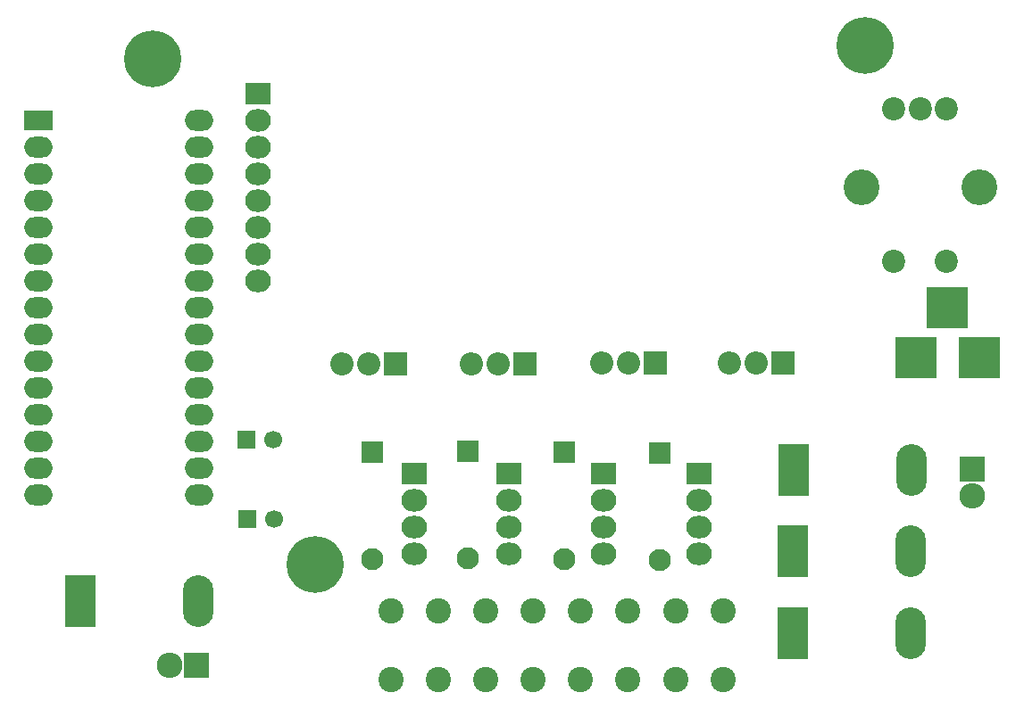
<source format=gbs>
G04 #@! TF.FileFunction,Soldermask,Bot*
%FSLAX46Y46*%
G04 Gerber Fmt 4.6, Leading zero omitted, Abs format (unit mm)*
G04 Created by KiCad (PCBNEW 4.0.7) date 05/21/18 20:26:36*
%MOMM*%
%LPD*%
G01*
G04 APERTURE LIST*
%ADD10C,0.100000*%
%ADD11C,5.400000*%
%ADD12R,2.686000X1.974800*%
%ADD13O,2.686000X1.974800*%
%ADD14R,2.432000X2.127200*%
%ADD15O,2.432000X2.127200*%
%ADD16R,1.700000X1.700000*%
%ADD17C,1.700000*%
%ADD18R,2.899360X4.900880*%
%ADD19O,2.899360X4.900880*%
%ADD20C,2.099260*%
%ADD21R,2.099260X2.099260*%
%ADD22R,3.900000X3.900000*%
%ADD23R,2.432000X2.432000*%
%ADD24O,2.432000X2.432000*%
%ADD25R,2.200000X2.200000*%
%ADD26O,2.200000X2.200000*%
%ADD27C,2.200000*%
%ADD28C,3.400000*%
%ADD29C,2.400000*%
G04 APERTURE END LIST*
D10*
D11*
X131560000Y-83290000D03*
X79480000Y-132640000D03*
D12*
X53210000Y-90420000D03*
D13*
X53210000Y-92960000D03*
X53210000Y-95500000D03*
X53210000Y-98040000D03*
X53210000Y-100580000D03*
X53210000Y-103120000D03*
X53210000Y-105660000D03*
X53210000Y-108200000D03*
X53210000Y-110740000D03*
X53210000Y-113280000D03*
X53210000Y-115820000D03*
X53210000Y-118360000D03*
X53210000Y-120900000D03*
X53210000Y-123440000D03*
X53210000Y-125980000D03*
X68450000Y-125980000D03*
X68450000Y-123440000D03*
X68450000Y-120900000D03*
X68450000Y-118360000D03*
X68450000Y-115820000D03*
X68450000Y-113280000D03*
X68450000Y-110740000D03*
X68450000Y-108200000D03*
X68450000Y-105660000D03*
X68450000Y-103120000D03*
X68450000Y-100580000D03*
X68450000Y-98040000D03*
X68450000Y-95500000D03*
X68450000Y-92960000D03*
X68450000Y-90420000D03*
D14*
X74060000Y-87940000D03*
D15*
X74060000Y-90480000D03*
X74060000Y-93020000D03*
X74060000Y-95560000D03*
X74060000Y-98100000D03*
X74060000Y-100640000D03*
X74060000Y-103180000D03*
X74060000Y-105720000D03*
D16*
X72960000Y-120780000D03*
D17*
X75460000Y-120780000D03*
D16*
X73040000Y-128280000D03*
D17*
X75540000Y-128280000D03*
D18*
X57144000Y-136120000D03*
D19*
X68320000Y-136120000D03*
D18*
X124774920Y-139100000D03*
D19*
X135950920Y-139100000D03*
D18*
X124774920Y-131300000D03*
D19*
X135950920Y-131300000D03*
D18*
X124834920Y-123610000D03*
D19*
X136010920Y-123610000D03*
D20*
X84850000Y-132120000D03*
D21*
X84850000Y-121960000D03*
D20*
X93950000Y-131990000D03*
D21*
X93950000Y-121830000D03*
D20*
X103060000Y-132100000D03*
D21*
X103060000Y-121940000D03*
D20*
X112120000Y-132160000D03*
D21*
X112120000Y-122000000D03*
D22*
X136400000Y-112960000D03*
X142400000Y-112960000D03*
X139400000Y-108260000D03*
D23*
X68220000Y-142200000D03*
D24*
X65680000Y-142200000D03*
D23*
X141740000Y-123590000D03*
D24*
X141740000Y-126130000D03*
D14*
X88820000Y-124000000D03*
D15*
X88820000Y-126540000D03*
X88820000Y-129080000D03*
X88820000Y-131620000D03*
D14*
X97820000Y-124000000D03*
D15*
X97820000Y-126540000D03*
X97820000Y-129080000D03*
X97820000Y-131620000D03*
D14*
X106810000Y-124000000D03*
D15*
X106810000Y-126540000D03*
X106810000Y-129080000D03*
X106810000Y-131620000D03*
D14*
X115820000Y-123980000D03*
D15*
X115820000Y-126520000D03*
X115820000Y-129060000D03*
X115820000Y-131600000D03*
D25*
X87030000Y-113530000D03*
D26*
X84490000Y-113530000D03*
X81950000Y-113530000D03*
D25*
X99380000Y-113560000D03*
D26*
X96840000Y-113560000D03*
X94300000Y-113560000D03*
D25*
X111680000Y-113510000D03*
D26*
X109140000Y-113510000D03*
X106600000Y-113510000D03*
D25*
X123820000Y-113460000D03*
D26*
X121280000Y-113460000D03*
X118740000Y-113460000D03*
D27*
X139320000Y-103810000D03*
X139320000Y-89310000D03*
X136820000Y-89310000D03*
X134320000Y-89310000D03*
X134320000Y-103810000D03*
D28*
X131220000Y-96810000D03*
X142420000Y-96810000D03*
D29*
X91100000Y-143520000D03*
X86600000Y-143520000D03*
X91100000Y-137020000D03*
X86600000Y-137020000D03*
X100090000Y-143520000D03*
X95590000Y-143520000D03*
X100090000Y-137020000D03*
X95590000Y-137020000D03*
X109080000Y-143520000D03*
X104580000Y-143520000D03*
X109080000Y-137020000D03*
X104580000Y-137020000D03*
X118110000Y-143520000D03*
X113610000Y-143520000D03*
X118110000Y-137020000D03*
X113610000Y-137020000D03*
D11*
X64030000Y-84610000D03*
M02*

</source>
